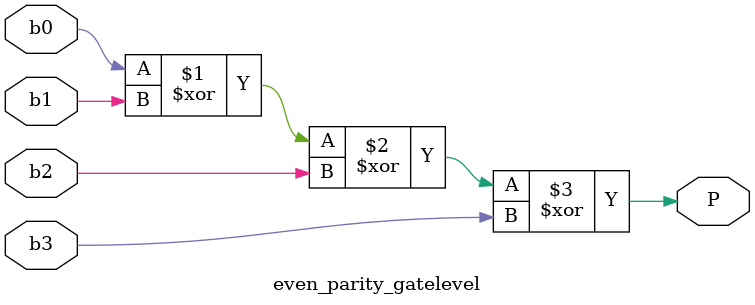
<source format=v>

module even_parity_gatelevel(b0, b1, b2, b3, P);
  
  input b0, b1, b2, b3;
  output P;
  
  xor x1 (P, b0, b1, b2, b3);
  
endmodule
  

</source>
